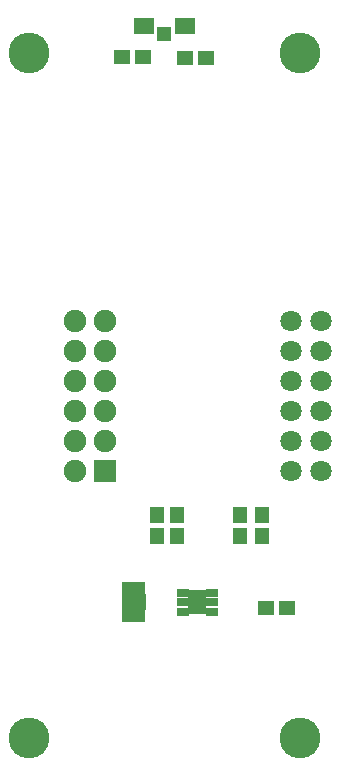
<source format=gbr>
G04 DesignSpark PCB PRO Gerber Version 10.0 Build 5299*
G04 #@! TF.Part,Single*
G04 #@! TF.FileFunction,Soldermask,Top*
G04 #@! TF.FilePolarity,Negative*
%FSLAX35Y35*%
%MOIN*%
G04 #@! TA.AperFunction,SMDPad,CuDef*
%ADD154R,0.02181X0.04150*%
%ADD19R,0.04937X0.05291*%
%ADD157R,0.06315X0.07850*%
%ADD153R,0.04543X0.04543*%
G04 #@! TA.AperFunction,ComponentPad*
%ADD150R,0.07496X0.07496*%
%ADD14C,0.07102*%
%ADD151C,0.07496*%
G04 #@! TA.AperFunction,WasherPad*
%ADD13C,0.13598*%
G04 #@! TA.AperFunction,SMDPad,CuDef*
%ADD156R,0.03953X0.02772*%
%ADD18R,0.05291X0.04937*%
%ADD152R,0.06906X0.05331*%
%ADD155R,0.08480X0.05724*%
G04 #@! TD.AperFunction*
X0Y0D02*
D02*
D13*
X27953Y24016D03*
Y252362D03*
X118504Y24016D03*
Y252362D03*
D02*
D14*
X115591Y113189D03*
Y123189D03*
Y133189D03*
Y143189D03*
Y153189D03*
Y163189D03*
X125591Y113189D03*
Y123189D03*
Y133189D03*
Y143189D03*
Y153189D03*
Y163189D03*
D02*
D18*
X59098Y251181D03*
X66098D03*
X79965Y250787D03*
X86965D03*
X107130Y67323D03*
X114130D03*
D02*
D19*
X70866Y91382D03*
Y98382D03*
X77559Y91382D03*
Y98382D03*
X98425Y91382D03*
Y98382D03*
X105906Y91382D03*
Y98382D03*
D02*
D150*
X53543Y113189D03*
D02*
D151*
X43543D03*
Y123189D03*
Y133189D03*
Y143189D03*
Y153189D03*
Y163189D03*
X53543Y123189D03*
Y133189D03*
Y143189D03*
Y153189D03*
Y163189D03*
D02*
D152*
X66339Y261220D03*
X80118D03*
D02*
D153*
X73228Y258661D03*
D02*
D154*
X60039Y64567D03*
Y74016D03*
X62008Y64567D03*
Y74016D03*
X63976Y64567D03*
Y74016D03*
X65945Y64567D03*
Y74016D03*
D02*
D155*
X62992Y69291D03*
D02*
D156*
X79331Y66142D03*
Y69291D03*
Y72441D03*
X89173Y66142D03*
Y69291D03*
Y72441D03*
D02*
D157*
X84252Y69291D03*
X0Y0D02*
M02*

</source>
